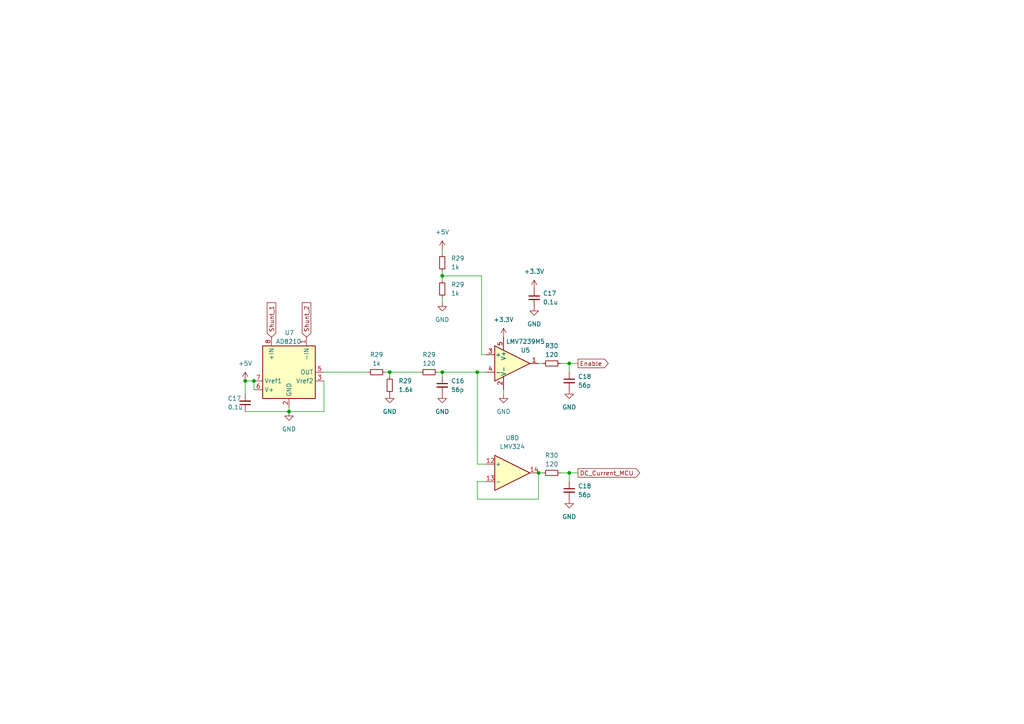
<source format=kicad_sch>
(kicad_sch (version 20230121) (generator eeschema)
  (paper "A4")
  (lib_symbols
    (symbol "Amplifier_Current:AD8210"
      (property "Reference" "U" (at -7.62 10.795 0))
      (property "Value" "AD8210" (at -7.62 8.89 0))
      (symbol "AD8210_0_1"
        (rectangle (start -7.62 7.62) (end 7.62 -7.62) (stroke (width 0.254)) (fill (type background)))
      )
      (symbol "AD8210_1_1"
        (pin input line (at 5.08 10.16 270) (length 2.54) (name "-IN") (number "1"))
        (pin power_in line (at 0 -10.16 90) (length 2.54) (name "GND") (number "2"))
        (pin input line (at 10.16 -2.54 180) (length 2.54) (name "Vref2") (number "3"))
        (pin no_connect line (at 2.54 -7.62 90) (length 2.54) hide (name "NC") (number "4"))
        (pin output line (at 10.16 0 180) (length 2.54) (name "OUT") (number "5"))
        (pin power_in line (at -10.16 -5.08 0) (length 2.54) (name "V+") (number "6"))
        (pin input line (at -10.16 -2.54 0) (length 2.54) (name "Vref1") (number "7"))
        (pin input line (at -5.08 10.16 270) (length 2.54) (name "+IN") (number "8"))
      )
    )
    (symbol "Amplifier_Operational:LMV324" (pin_names (offset 0.127))
      (property "Reference" "U" (at 0 5.08 0))
      (property "Value" "LMV324" (at 0 -5.08 0))
      (symbol "LMV324_1_1"
        (polyline (pts (xy -5.08 5.08) (xy 5.08 0) (xy -5.08 -5.08) (xy -5.08 5.08)) (stroke (width 0.254)) (fill (type background)))
        (pin output line (at 7.62 0 180) (length 2.54) (name "~") (number "1"))
        (pin input line (at -7.62 -2.54 0) (length 2.54) (name "-") (number "2"))
        (pin input line (at -7.62 2.54 0) (length 2.54) (name "+") (number "3"))
      )
      (symbol "LMV324_2_1"
        (polyline (pts (xy -5.08 5.08) (xy 5.08 0) (xy -5.08 -5.08) (xy -5.08 5.08)) (stroke (width 0.254)) (fill (type background)))
        (pin input line (at -7.62 2.54 0) (length 2.54) (name "+") (number "5"))
        (pin input line (at -7.62 -2.54 0) (length 2.54) (name "-") (number "6"))
        (pin output line (at 7.62 0 180) (length 2.54) (name "~") (number "7"))
      )
      (symbol "LMV324_3_1"
        (polyline (pts (xy -5.08 5.08) (xy 5.08 0) (xy -5.08 -5.08) (xy -5.08 5.08)) (stroke (width 0.254)) (fill (type background)))
        (pin input line (at -7.62 2.54 0) (length 2.54) (name "+") (number "10"))
        (pin output line (at 7.62 0 180) (length 2.54) (name "~") (number "8"))
        (pin input line (at -7.62 -2.54 0) (length 2.54) (name "-") (number "9"))
      )
      (symbol "LMV324_4_1"
        (polyline (pts (xy -5.08 5.08) (xy 5.08 0) (xy -5.08 -5.08) (xy -5.08 5.08)) (stroke (width 0.254)) (fill (type background)))
        (pin input line (at -7.62 2.54 0) (length 2.54) (name "+") (number "12"))
        (pin input line (at -7.62 -2.54 0) (length 2.54) (name "-") (number "13"))
        (pin output line (at 7.62 0 180) (length 2.54) (name "~") (number "14"))
      )
      (symbol "LMV324_5_1"
        (pin power_in line (at -2.54 -7.62 90) (length 3.81) (name "V-") (number "11"))
        (pin power_in line (at -2.54 7.62 270) (length 3.81) (name "V+") (number "4"))
      )
    )
    (symbol "Comparator:LMV7219M7" (pin_names (offset 0.127))
      (property "Reference" "U" (at -1.27 6.35 0))
      (property "Value" "LMV7219M7" (at -1.27 3.81 0))
      (symbol "LMV7219M7_0_1"
        (polyline (pts (xy -5.08 5.08) (xy 5.08 0) (xy -5.08 -5.08) (xy -5.08 5.08)) (stroke (width 0.254)) (fill (type background)))
        (pin power_in line (at -2.54 -7.62 90) (length 3.81) (name "V-") (number "2"))
        (pin power_in line (at -2.54 7.62 270) (length 3.81) (name "V+") (number "5"))
      )
      (symbol "LMV7219M7_1_1"
        (pin output line (at 7.62 0 180) (length 2.54) (name "~") (number "1"))
        (pin input line (at -7.62 2.54 0) (length 2.54) (name "+") (number "3"))
        (pin input line (at -7.62 -2.54 0) (length 2.54) (name "-") (number "4"))
      )
    )
    (symbol "Device:C_Small" (pin_numbers hide) (pin_names (offset 0.254) hide)
      (property "Reference" "C" (at 0.254 1.778 0))
      (property "Value" "C_Small" (at 0.254 -2.032 0))
      (symbol "C_Small_0_1"
        (polyline (pts (xy -1.524 -0.508) (xy 1.524 -0.508)) (stroke (width 0.3302)))
        (polyline (pts (xy -1.524 0.508) (xy 1.524 0.508)) (stroke (width 0.3048)))
      )
      (symbol "C_Small_1_1"
        (pin passive line (at 0 2.54 270) (length 2.032) (name "~") (number "1"))
        (pin passive line (at 0 -2.54 90) (length 2.032) (name "~") (number "2"))
      )
    )
    (symbol "Device:R_Small" (pin_numbers hide) (pin_names (offset 0.254) hide)
      (property "Reference" "R" (at 0.762 0.508 0))
      (property "Value" "R_Small" (at 0.762 -1.016 0))
      (symbol "R_Small_0_1"
        (rectangle (start -0.762 1.778) (end 0.762 -1.778) (stroke (width 0.2032)))
      )
      (symbol "R_Small_1_1"
        (pin passive line (at 0 2.54 270) (length 0.762) (name "~") (number "1"))
        (pin passive line (at 0 -2.54 90) (length 0.762) (name "~") (number "2"))
      )
    )
    (symbol "power:+3.3V" (power) (pin_names (offset 0))
      (property "Value" "+3.3V" (at 0 3.556 0))
      (symbol "+3.3V_0_1"
        (polyline (pts (xy -0.762 1.27) (xy 0 2.54)))
        (polyline (pts (xy 0 0) (xy 0 2.54)))
        (polyline (pts (xy 0 2.54) (xy 0.762 1.27)))
      )
      (symbol "+3.3V_1_1"
        (pin power_in line (at 0 0 90) (length 0) hide (name "+3.3V") (number "1"))
      )
    )
    (symbol "power:+5V" (power) (pin_names (offset 0))
      (property "Value" "+5V" (at 0 3.556 0))
      (symbol "+5V_0_1"
        (polyline (pts (xy -0.762 1.27) (xy 0 2.54)))
        (polyline (pts (xy 0 0) (xy 0 2.54)))
        (polyline (pts (xy 0 2.54) (xy 0.762 1.27)))
      )
      (symbol "+5V_1_1"
        (pin power_in line (at 0 0 90) (length 0) hide (name "+5V") (number "1"))
      )
    )
    (symbol "power:GND" (power) (pin_names (offset 0))
      (property "Value" "GND" (at 0 -3.81 0))
      (symbol "GND_0_1"
        (polyline (pts (xy 0 0) (xy 0 -1.27) (xy 1.27 -1.27) (xy 0 -2.54) (xy -1.27 -1.27) (xy 0 -1.27)))
      )
      (symbol "GND_1_1"
        (pin power_in line (at 0 0 270) (length 0) hide (name "GND") (number "1"))
      )
    )
  )
  (junction (at 138.43 107.95))
  (junction (at 156.21 137.16))
  (junction (at 128.27 107.95))
  (junction (at 165.1 105.41))
  (junction (at 113.03 107.95))
  (junction (at 128.27 80.01))
  (junction (at 83.82 119.38))
  (junction (at 165.1 137.16))
  (junction (at 71.12 110.49))
  (junction (at 73.66 110.49))
  (wire (pts (xy 140.97 134.62) (xy 138.43 134.62)))
  (wire (pts (xy 138.43 107.95) (xy 140.97 107.95)))
  (wire (pts (xy 128.27 80.01) (xy 128.27 81.28)))
  (wire (pts (xy 139.7 102.87) (xy 139.7 80.01)))
  (wire (pts (xy 165.1 105.41) (xy 167.64 105.41)))
  (wire (pts (xy 156.21 105.41) (xy 157.48 105.41)))
  (wire (pts (xy 128.27 72.39) (xy 128.27 73.66)))
  (wire (pts (xy 93.98 107.95) (xy 106.68 107.95)))
  (wire (pts (xy 121.92 107.95) (xy 113.03 107.95)))
  (wire (pts (xy 165.1 137.16) (xy 165.1 139.7)))
  (wire (pts (xy 128.27 78.74) (xy 128.27 80.01)))
  (wire (pts (xy 156.21 137.16) (xy 156.21 144.78)))
  (wire (pts (xy 113.03 107.95) (xy 111.76 107.95)))
  (wire (pts (xy 139.7 80.01) (xy 128.27 80.01)))
  (wire (pts (xy 113.03 107.95) (xy 113.03 109.22)))
  (wire (pts (xy 127 107.95) (xy 128.27 107.95)))
  (wire (pts (xy 140.97 102.87) (xy 139.7 102.87)))
  (wire (pts (xy 140.97 139.7) (xy 138.43 139.7)))
  (wire (pts (xy 162.56 105.41) (xy 165.1 105.41)))
  (wire (pts (xy 71.12 119.38) (xy 83.82 119.38)))
  (wire (pts (xy 128.27 109.22) (xy 128.27 107.95)))
  (wire (pts (xy 165.1 137.16) (xy 167.64 137.16)))
  (wire (pts (xy 162.56 137.16) (xy 165.1 137.16)))
  (wire (pts (xy 128.27 107.95) (xy 138.43 107.95)))
  (wire (pts (xy 157.48 137.16) (xy 156.21 137.16)))
  (wire (pts (xy 128.27 86.36) (xy 128.27 87.63)))
  (wire (pts (xy 165.1 105.41) (xy 165.1 107.95)))
  (wire (pts (xy 146.05 114.3) (xy 146.05 113.03)))
  (wire (pts (xy 73.66 110.49) (xy 73.66 113.03)))
  (wire (pts (xy 138.43 144.78) (xy 156.21 144.78)))
  (wire (pts (xy 71.12 110.49) (xy 71.12 114.3)))
  (wire (pts (xy 138.43 134.62) (xy 138.43 107.95)))
  (wire (pts (xy 93.98 110.49) (xy 93.98 119.38)))
  (wire (pts (xy 71.12 110.49) (xy 73.66 110.49)))
  (wire (pts (xy 138.43 139.7) (xy 138.43 144.78)))
  (wire (pts (xy 83.82 119.38) (xy 83.82 118.11)))
  (wire (pts (xy 93.98 119.38) (xy 83.82 119.38)))
  (global_label "Shunt_1" (shape input) (at 78.74 97.79 90) (property "Intersheetrefs" "${INTERSHEET_REFS}" (effects hide)))
  (global_label "DC_Current_MCU" (shape output) (at 167.64 137.16 0) (property "Intersheetrefs" "${INTERSHEET_REFS}" (effects hide)))
  (global_label "Shunt_2" (shape input) (at 88.9 97.79 90) (property "Intersheetrefs" "${INTERSHEET_REFS}" (effects hide)))
  (global_label "Enable" (shape output) (at 167.64 105.41 0) (property "Intersheetrefs" "${INTERSHEET_REFS}" (effects hide)))
  (symbol (lib_id "Device:C_Small") (at 154.94 86.36 0) (unit 1)
    (property "Reference" "C17" (at 157.48 85.0963 0) (effects (justify left)))
    (property "Value" "0.1u" (at 157.48 87.6363 0) (effects (justify left)))
    (property "Footprint" "Capacitor_SMD:C_0603_1608Metric_Pad1.08x0.95mm_HandSolder" (effects hide))
    (instances (project "Плата управления" (path "" (reference "C17") (unit 1)) (path "" (reference "C8") (unit 1))) (project "Силовая плата" (path "" (reference "C10") (unit 1)) (path "" (reference "C3") (unit 1)) (path "" (reference "C14") (unit 1))))
  )
  (symbol (lib_id "Device:R_Small") (at 128.27 76.2 0) (unit 1)
    (property "Reference" "R29" (at 130.81 74.93 0) (effects (justify left)))
    (property "Value" "1k" (at 130.81 77.47 0) (effects (justify left)))
    (property "Footprint" "Resistor_SMD:R_0603_1608Metric_Pad0.98x0.95mm_HandSolder" (effects hide))
    (instances (project "Плата управления" (path "" (reference "R29") (unit 1)) (path "" (reference "R15") (unit 1))) (project "Силовая плата" (path "" (reference "R5") (unit 1))))
  )
  (symbol (lib_id "power:GND") (at 128.27 87.63 0) (unit 1)
    (property "Reference" "#PWR047" (effects hide))
    (property "Value" "GND" (at 128.27 92.71 0))
    (instances (project "Плата управления" (path "" (reference "#PWR047") (unit 1)) (path "" (reference "#PWR018") (unit 1))) (project "Силовая плата" (path "" (reference "#PWR06") (unit 1)) (path "" (reference "#PWR015") (unit 1)) (path "" (reference "#PWR025") (unit 1))))
  )
  (symbol (lib_id "Device:C_Small") (at 165.1 110.49 0) (unit 1)
    (property "Reference" "C18" (at 167.64 109.2263 0) (effects (justify left)))
    (property "Value" "56p" (at 167.64 111.7663 0) (effects (justify left)))
    (property "Footprint" "Capacitor_SMD:C_0603_1608Metric_Pad1.08x0.95mm_HandSolder" (effects hide))
    (instances (project "Плата управления" (path "" (reference "C18") (unit 1)) (path "" (reference "C9") (unit 1))) (project "Силовая плата" (path "" (reference "C10") (unit 1)) (path "" (reference "C11") (unit 1)) (path "" (reference "C14") (unit 1))))
  )
  (symbol (lib_id "power:GND") (at 128.27 114.3 0) (unit 1)
    (property "Reference" "#PWR048" (effects hide))
    (property "Value" "GND" (at 128.27 119.38 0))
    (instances (project "Плата управления" (path "" (reference "#PWR048") (unit 1)) (path "" (reference "#PWR019") (unit 1))) (project "Силовая плата" (path "" (reference "#PWR06") (unit 1)) (path "" (reference "#PWR014") (unit 1)) (path "" (reference "#PWR025") (unit 1))))
  )
  (symbol (lib_id "Device:R_Small") (at 128.27 83.82 0) (unit 1)
    (property "Reference" "R29" (at 130.81 82.55 0) (effects (justify left)))
    (property "Value" "1k" (at 130.81 85.09 0) (effects (justify left)))
    (property "Footprint" "Resistor_SMD:R_0603_1608Metric_Pad0.98x0.95mm_HandSolder" (effects hide))
    (instances (project "Плата управления" (path "" (reference "R29") (unit 1)) (path "" (reference "R14") (unit 1))) (project "Силовая плата" (path "" (reference "R5") (unit 1))))
  )
  (symbol (lib_id "Device:C_Small") (at 165.1 142.24 0) (unit 1)
    (property "Reference" "C18" (at 167.64 140.9763 0) (effects (justify left)))
    (property "Value" "56p" (at 167.64 143.5163 0) (effects (justify left)))
    (property "Footprint" "Capacitor_SMD:C_0603_1608Metric_Pad1.08x0.95mm_HandSolder" (effects hide))
    (instances (project "Плата управления" (path "" (reference "C18") (unit 1)) (path "" (reference "C12") (unit 1))) (project "Силовая плата" (path "" (reference "C10") (unit 1)) (path "" (reference "C11") (unit 1)) (path "" (reference "C14") (unit 1))))
  )
  (symbol (lib_id "power:+5V") (at 128.27 72.39 0) (unit 1)
    (property "Reference" "#PWR046" (effects hide))
    (property "Value" "+5V" (at 128.27 67.31 0))
    (instances (project "Плата управления" (path "" (reference "#PWR046") (unit 1)) (path "" (reference "#PWR017") (unit 1))) (project "Силовая плата" (path "" (reference "#PWR010") (unit 1)) (path "" (reference "#PWR016") (unit 1)) (path "" (reference "#PWR020") (unit 1))))
  )
  (symbol (lib_id "power:GND") (at 165.1 113.03 0) (unit 1)
    (property "Reference" "#PWR053" (effects hide))
    (property "Value" "GND" (at 165.1 118.11 0))
    (instances (project "Плата управления" (path "" (reference "#PWR053") (unit 1)) (path "" (reference "#PWR024") (unit 1))) (project "Силовая плата" (path "" (reference "#PWR06") (unit 1)) (path "" (reference "#PWR013") (unit 1)) (path "" (reference "#PWR025") (unit 1))))
  )
  (symbol (lib_id "power:GND") (at 113.03 114.3 0) (unit 1)
    (property "Reference" "#PWR048" (effects hide))
    (property "Value" "GND" (at 113.03 119.38 0))
    (instances (project "Плата управления" (path "" (reference "#PWR048") (unit 1)) (path "" (reference "#PWR033") (unit 1))) (project "Силовая плата" (path "" (reference "#PWR06") (unit 1)) (path "" (reference "#PWR014") (unit 1)) (path "" (reference "#PWR025") (unit 1))))
  )
  (symbol (lib_id "Device:C_Small") (at 128.27 111.76 0) (unit 1)
    (property "Reference" "C16" (at 130.81 110.4963 0) (effects (justify left)))
    (property "Value" "56p" (at 130.81 113.0363 0) (effects (justify left)))
    (property "Footprint" "Capacitor_SMD:C_0603_1608Metric_Pad1.08x0.95mm_HandSolder" (effects hide))
    (instances (project "Плата управления" (path "" (reference "C16") (unit 1)) (path "" (reference "C7") (unit 1))) (project "Силовая плата" (path "" (reference "C10") (unit 1)) (path "" (reference "C12") (unit 1)) (path "" (reference "C14") (unit 1))))
  )
  (symbol (lib_id "power:GND") (at 154.94 88.9 0) (unit 1)
    (property "Reference" "#PWR052" (effects hide))
    (property "Value" "GND" (at 154.94 93.98 0))
    (instances (project "Плата управления" (path "" (reference "#PWR052") (unit 1)) (path "" (reference "#PWR023") (unit 1))) (project "Силовая плата" (path "" (reference "#PWR06") (unit 1)) (path "" (reference "#PWR012") (unit 1)) (path "" (reference "#PWR025") (unit 1))))
  )
  (symbol (lib_id "power:+3.3V") (at 154.94 83.82 0) (unit 1)
    (property "Reference" "#PWR025" (effects hide))
    (property "Value" "+3.3V" (at 154.94 78.74 0))
    (instances (project "Плата управления" (path "" (reference "#PWR025") (unit 1)) (path "" (reference "#PWR022") (unit 1))))
  )
  (symbol (lib_id "Device:R_Small") (at 124.46 107.95 270) (unit 1)
    (property "Reference" "R29" (at 124.46 102.87 90))
    (property "Value" "120" (at 124.46 105.41 90))
    (property "Footprint" "Resistor_SMD:R_0603_1608Metric_Pad0.98x0.95mm_HandSolder" (effects hide))
    (instances (project "Плата управления" (path "" (reference "R29") (unit 1)) (path "" (reference "R16") (unit 1))) (project "Силовая плата" (path "" (reference "R5") (unit 1))))
  )
  (symbol (lib_id "Device:R_Small") (at 109.22 107.95 90) (unit 1)
    (property "Reference" "R29" (at 109.22 102.87 90))
    (property "Value" "1k" (at 109.22 105.41 90))
    (property "Footprint" "Resistor_SMD:R_0603_1608Metric_Pad0.98x0.95mm_HandSolder" (effects hide))
    (instances (project "Плата управления" (path "" (reference "R29") (unit 1)) (path "" (reference "R18") (unit 1))) (project "Силовая плата" (path "" (reference "R5") (unit 1))))
  )
  (symbol (lib_id "Device:C_Small") (at 71.12 116.84 180) (unit 1)
    (property "Reference" "C17" (at 66.04 115.57 0) (effects (justify right)))
    (property "Value" "0.1u" (at 66.04 118.11 0) (effects (justify right)))
    (property "Footprint" "Capacitor_SMD:C_0603_1608Metric_Pad1.08x0.95mm_HandSolder" (effects hide))
    (instances (project "Плата управления" (path "" (reference "C17") (unit 1)) (path "" (reference "C16") (unit 1))) (project "Силовая плата" (path "" (reference "C10") (unit 1)) (path "" (reference "C3") (unit 1)) (path "" (reference "C14") (unit 1))))
  )
  (symbol (lib_id "Device:R_Small") (at 160.02 137.16 90) (unit 1)
    (property "Reference" "R30" (at 160.02 132.08 90))
    (property "Value" "120" (at 160.02 134.62 90))
    (property "Footprint" "Resistor_SMD:R_0603_1608Metric_Pad0.98x0.95mm_HandSolder" (effects hide))
    (instances (project "Плата управления" (path "" (reference "R30") (unit 1)) (path "" (reference "R20") (unit 1))) (project "Силовая плата" (path "" (reference "R2") (unit 1))))
  )
  (symbol (lib_id "Device:R_Small") (at 160.02 105.41 90) (unit 1)
    (property "Reference" "R30" (at 160.02 100.33 90))
    (property "Value" "120" (at 160.02 102.87 90))
    (property "Footprint" "Resistor_SMD:R_0603_1608Metric_Pad0.98x0.95mm_HandSolder" (effects hide))
    (instances (project "Плата управления" (path "" (reference "R30") (unit 1)) (path "" (reference "R17") (unit 1))) (project "Силовая плата" (path "" (reference "R2") (unit 1))))
  )
  (symbol (lib_id "power:GND") (at 146.05 114.3 0) (unit 1)
    (property "Reference" "#PWR050" (effects hide))
    (property "Value" "GND" (at 146.05 119.38 0))
    (instances (project "Плата управления" (path "" (reference "#PWR050") (unit 1)) (path "" (reference "#PWR021") (unit 1))) (project "Силовая плата" (path "" (reference "#PWR06") (unit 1)) (path "" (reference "#PWR05") (unit 1)) (path "" (reference "#PWR025") (unit 1))))
  )
  (symbol (lib_id "power:+3.3V") (at 146.05 97.79 0) (unit 1)
    (property "Reference" "#PWR025" (effects hide))
    (property "Value" "+3.3V" (at 146.05 92.71 0))
    (instances (project "Плата управления" (path "" (reference "#PWR025") (unit 1)) (path "" (reference "#PWR020") (unit 1))))
  )
  (symbol (lib_id "power:GND") (at 83.82 119.38 0) (unit 1)
    (property "Reference" "#PWR048" (effects hide))
    (property "Value" "GND" (at 83.82 124.46 0))
    (instances (project "Плата управления" (path "" (reference "#PWR048") (unit 1)) (path "" (reference "#PWR031") (unit 1))) (project "Силовая плата" (path "" (reference "#PWR06") (unit 1)) (path "" (reference "#PWR014") (unit 1)) (path "" (reference "#PWR025") (unit 1))))
  )
  (symbol (lib_id "Amplifier_Current:AD8210") (at 83.82 107.95 0) (unit 1)
    (property "Reference" "U7" (at 82.55 96.52 0) (effects (justify left)))
    (property "Value" "AD8210" (at 80.01 99.06 0) (effects (justify left)))
    (property "Footprint" "Package_SO:SOIC-8_3.9x4.9mm_P1.27mm" (effects hide))
    (property "Datasheet" "https://www.analog.com/media/en/technical-documentation/data-sheets/AD8210.pdf" (effects hide))
  )
  (symbol (lib_id "Device:R_Small") (at 113.03 111.76 180) (unit 1)
    (property "Reference" "R29" (at 115.57 110.49 0) (effects (justify right)))
    (property "Value" "1.6k" (at 115.57 113.03 0) (effects (justify right)))
    (property "Footprint" "Resistor_SMD:R_0603_1608Metric_Pad0.98x0.95mm_HandSolder" (effects hide))
    (instances (project "Плата управления" (path "" (reference "R29") (unit 1)) (path "" (reference "R19") (unit 1))) (project "Силовая плата" (path "" (reference "R5") (unit 1))))
  )
  (symbol (lib_id "Amplifier_Operational:LMV324") (at 148.59 137.16 0) (unit 4)
    (property "Reference" "U8" (at 148.59 127 0))
    (property "Value" "LMV324" (at 148.59 129.54 0))
    (property "Datasheet" "http://www.ti.com/lit/ds/symlink/lmv324.pdf" (effects hide))
    (instances (project "Плата управления" (path "" (reference "U8") (unit 4)) (path "" (reference "U2") (unit 4))))
  )
  (symbol (lib_id "power:+5V") (at 71.12 110.49 0) (unit 1)
    (property "Reference" "#PWR032" (effects hide))
    (property "Value" "+5V" (at 71.12 105.41 0))
  )
  (symbol (lib_id "power:GND") (at 165.1 144.78 0) (unit 1)
    (property "Reference" "#PWR053" (effects hide))
    (property "Value" "GND" (at 165.1 149.86 0))
    (instances (project "Плата управления" (path "" (reference "#PWR053") (unit 1)) (path "" (reference "#PWR028") (unit 1))) (project "Силовая плата" (path "" (reference "#PWR06") (unit 1)) (path "" (reference "#PWR013") (unit 1)) (path "" (reference "#PWR025") (unit 1))))
  )
  (symbol (lib_id "Comparator:LMV7219M7") (at 148.59 105.41 0) (unit 1)
    (property "Reference" "U5" (at 152.4 101.6 0))
    (property "Value" "LMV7239M5" (at 152.4 99.06 0))
    (property "Footprint" "Package_TO_SOT_SMD:SOT-353_SC-70-5" (effects hide))
    (property "Datasheet" "https://www.ti.com/lit/ds/symlink/lmv7219.pdf" (effects hide))
    (instances (project "Плата управления" (path "" (reference "U5") (unit 1)) (path "" (reference "U1") (unit 1))) (project "Силовая плата" (path "" (reference "U1") (unit 1))))
  )
)
</source>
